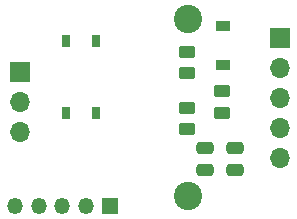
<source format=gts>
G04 #@! TF.GenerationSoftware,KiCad,Pcbnew,(6.0.11)*
G04 #@! TF.CreationDate,2023-03-09T13:47:02+01:00*
G04 #@! TF.ProjectId,PCB_Dongle_Linky,5043425f-446f-46e6-976c-655f4c696e6b,rev?*
G04 #@! TF.SameCoordinates,Original*
G04 #@! TF.FileFunction,Soldermask,Top*
G04 #@! TF.FilePolarity,Negative*
%FSLAX46Y46*%
G04 Gerber Fmt 4.6, Leading zero omitted, Abs format (unit mm)*
G04 Created by KiCad (PCBNEW (6.0.11)) date 2023-03-09 13:47:02*
%MOMM*%
%LPD*%
G01*
G04 APERTURE LIST*
G04 Aperture macros list*
%AMRoundRect*
0 Rectangle with rounded corners*
0 $1 Rounding radius*
0 $2 $3 $4 $5 $6 $7 $8 $9 X,Y pos of 4 corners*
0 Add a 4 corners polygon primitive as box body*
4,1,4,$2,$3,$4,$5,$6,$7,$8,$9,$2,$3,0*
0 Add four circle primitives for the rounded corners*
1,1,$1+$1,$2,$3*
1,1,$1+$1,$4,$5*
1,1,$1+$1,$6,$7*
1,1,$1+$1,$8,$9*
0 Add four rect primitives between the rounded corners*
20,1,$1+$1,$2,$3,$4,$5,0*
20,1,$1+$1,$4,$5,$6,$7,0*
20,1,$1+$1,$6,$7,$8,$9,0*
20,1,$1+$1,$8,$9,$2,$3,0*%
G04 Aperture macros list end*
%ADD10RoundRect,0.250000X-0.450000X0.262500X-0.450000X-0.262500X0.450000X-0.262500X0.450000X0.262500X0*%
%ADD11RoundRect,0.250000X-0.475000X0.250000X-0.475000X-0.250000X0.475000X-0.250000X0.475000X0.250000X0*%
%ADD12R,1.700000X1.700000*%
%ADD13O,1.700000X1.700000*%
%ADD14R,1.350000X1.350000*%
%ADD15O,1.350000X1.350000*%
%ADD16RoundRect,0.250000X0.475000X-0.250000X0.475000X0.250000X-0.475000X0.250000X-0.475000X-0.250000X0*%
%ADD17C,2.400000*%
%ADD18R,0.800000X1.000000*%
%ADD19R,1.200000X0.900000*%
G04 APERTURE END LIST*
D10*
G04 #@! TO.C,R4*
X35950000Y-90787500D03*
X35950000Y-92612500D03*
G04 #@! TD*
D11*
G04 #@! TO.C,C2b0*
X39950000Y-94200000D03*
X39950000Y-96100000D03*
G04 #@! TD*
D12*
G04 #@! TO.C,J0*
X21800000Y-87800000D03*
D13*
X21800000Y-90340000D03*
X21800000Y-92880000D03*
G04 #@! TD*
D14*
G04 #@! TO.C,J1*
X29350000Y-99100000D03*
D15*
X27350000Y-99100000D03*
X25350000Y-99100000D03*
X23350000Y-99100000D03*
X21350000Y-99100000D03*
G04 #@! TD*
D12*
G04 #@! TO.C,J4*
X43750000Y-84860000D03*
D13*
X43750000Y-87400000D03*
X43750000Y-89940000D03*
X43750000Y-92480000D03*
X43750000Y-95020000D03*
G04 #@! TD*
D16*
G04 #@! TO.C,C2b1*
X37400000Y-96100000D03*
X37400000Y-94200000D03*
G04 #@! TD*
D10*
G04 #@! TO.C,R5*
X35950000Y-86037500D03*
X35950000Y-87862500D03*
G04 #@! TD*
D17*
G04 #@! TO.C,C1*
X36000000Y-98300000D03*
X36000000Y-83300000D03*
G04 #@! TD*
D10*
G04 #@! TO.C,R6*
X38900000Y-89387500D03*
X38900000Y-91212500D03*
G04 #@! TD*
D18*
G04 #@! TO.C,D1*
X25630000Y-91275000D03*
X28170000Y-91275000D03*
X28170000Y-85125000D03*
X25630000Y-85125000D03*
G04 #@! TD*
D19*
G04 #@! TO.C,DZ1*
X38950000Y-87150000D03*
X38950000Y-83850000D03*
G04 #@! TD*
M02*

</source>
